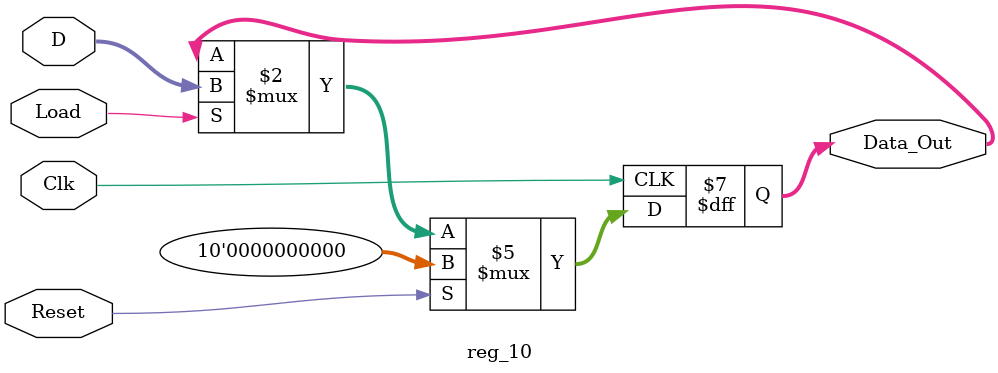
<source format=sv>
module reg_16 (input  logic Clk, Reset, Load,
              input  logic [15:0]  D,
              output logic [15:0]  Data_Out);

    always_ff @ (posedge Clk)
    begin
	 	 if (Reset) //notice, this is a sycnrhonous reset, which is recommended on the FPGA
			  Data_Out <= 16'h0;
		 else if (Load)
			  Data_Out <= D;
    end

endmodule

module reg_10(input logic Clk, Reset, Load,
					input logic [9:0] D,
					output logic [9:0] Data_Out);

		always_ff @ (posedge Clk)
			begin
				if(Reset)
					Data_Out <= 10'b0;
				else if (Load)
					Data_Out <= D;
			end
		
endmodule
		
</source>
